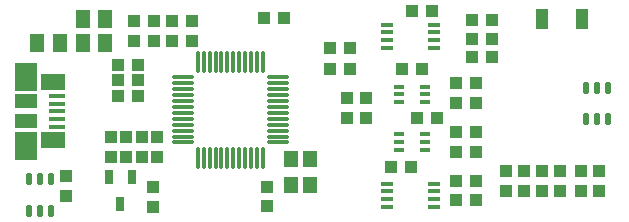
<source format=gtp>
G04 Layer_Color=8421504*
%FSLAX23Y23*%
%MOIN*%
G70*
G01*
G75*
%ADD10R,0.039X0.043*%
%ADD11R,0.043X0.039*%
%ADD12R,0.051X0.059*%
%ADD13R,0.047X0.055*%
G04:AMPARAMS|DCode=14|XSize=12mil|YSize=71mil|CornerRadius=3mil|HoleSize=0mil|Usage=FLASHONLY|Rotation=90.000|XOffset=0mil|YOffset=0mil|HoleType=Round|Shape=RoundedRectangle|*
%AMROUNDEDRECTD14*
21,1,0.012,0.065,0,0,90.0*
21,1,0.006,0.071,0,0,90.0*
1,1,0.006,0.032,0.003*
1,1,0.006,0.032,-0.003*
1,1,0.006,-0.032,-0.003*
1,1,0.006,-0.032,0.003*
%
%ADD14ROUNDEDRECTD14*%
G04:AMPARAMS|DCode=15|XSize=12mil|YSize=71mil|CornerRadius=3mil|HoleSize=0mil|Usage=FLASHONLY|Rotation=0.000|XOffset=0mil|YOffset=0mil|HoleType=Round|Shape=RoundedRectangle|*
%AMROUNDEDRECTD15*
21,1,0.012,0.065,0,0,0.0*
21,1,0.006,0.071,0,0,0.0*
1,1,0.006,0.003,-0.032*
1,1,0.006,-0.003,-0.032*
1,1,0.006,-0.003,0.032*
1,1,0.006,0.003,0.032*
%
%ADD15ROUNDEDRECTD15*%
%ADD16R,0.039X0.067*%
G04:AMPARAMS|DCode=17|XSize=39mil|YSize=22mil|CornerRadius=5mil|HoleSize=0mil|Usage=FLASHONLY|Rotation=270.000|XOffset=0mil|YOffset=0mil|HoleType=Round|Shape=RoundedRectangle|*
%AMROUNDEDRECTD17*
21,1,0.039,0.011,0,0,270.0*
21,1,0.029,0.022,0,0,270.0*
1,1,0.011,-0.005,-0.014*
1,1,0.011,-0.005,0.014*
1,1,0.011,0.005,0.014*
1,1,0.011,0.005,-0.014*
%
%ADD17ROUNDEDRECTD17*%
%ADD18R,0.031X0.047*%
G04:AMPARAMS|DCode=19|XSize=16mil|YSize=41mil|CornerRadius=4mil|HoleSize=0mil|Usage=FLASHONLY|Rotation=90.000|XOffset=0mil|YOffset=0mil|HoleType=Round|Shape=RoundedRectangle|*
%AMROUNDEDRECTD19*
21,1,0.016,0.033,0,0,90.0*
21,1,0.008,0.041,0,0,90.0*
1,1,0.008,0.017,0.004*
1,1,0.008,0.017,-0.004*
1,1,0.008,-0.017,-0.004*
1,1,0.008,-0.017,0.004*
%
%ADD19ROUNDEDRECTD19*%
G04:AMPARAMS|DCode=20|XSize=16mil|YSize=33mil|CornerRadius=4mil|HoleSize=0mil|Usage=FLASHONLY|Rotation=90.000|XOffset=0mil|YOffset=0mil|HoleType=Round|Shape=RoundedRectangle|*
%AMROUNDEDRECTD20*
21,1,0.016,0.026,0,0,90.0*
21,1,0.008,0.033,0,0,90.0*
1,1,0.008,0.013,0.004*
1,1,0.008,0.013,-0.004*
1,1,0.008,-0.013,-0.004*
1,1,0.008,-0.013,0.004*
%
%ADD20ROUNDEDRECTD20*%
%ADD21R,0.083X0.058*%
%ADD22R,0.054X0.018*%
%ADD23R,0.075X0.046*%
%ADD24R,0.075X0.094*%
D10*
X2060Y1013D02*
D03*
Y947D02*
D03*
X2120Y1013D02*
D03*
Y947D02*
D03*
X491Y1060D02*
D03*
Y1126D02*
D03*
X634Y895D02*
D03*
Y961D02*
D03*
X1810Y1013D02*
D03*
Y947D02*
D03*
X1870Y1013D02*
D03*
Y947D02*
D03*
X1930D02*
D03*
Y1013D02*
D03*
X646Y1126D02*
D03*
Y1060D02*
D03*
X1013Y896D02*
D03*
Y962D02*
D03*
X595Y1126D02*
D03*
Y1060D02*
D03*
X543Y1060D02*
D03*
Y1126D02*
D03*
X1990Y947D02*
D03*
Y1013D02*
D03*
X341Y998D02*
D03*
Y932D02*
D03*
D11*
X697Y1513D02*
D03*
X764D02*
D03*
X1344Y1258D02*
D03*
X1278D02*
D03*
Y1190D02*
D03*
X1344D02*
D03*
X1708Y916D02*
D03*
X1642D02*
D03*
X1697Y1394D02*
D03*
X1763D02*
D03*
X763Y1449D02*
D03*
X697D02*
D03*
X569Y1513D02*
D03*
X636D02*
D03*
X1427Y1028D02*
D03*
X1493D02*
D03*
X569Y1449D02*
D03*
X635D02*
D03*
X517Y1369D02*
D03*
X583D02*
D03*
Y1317D02*
D03*
X517D02*
D03*
X1642Y1143D02*
D03*
X1708D02*
D03*
Y1077D02*
D03*
X1642D02*
D03*
Y1306D02*
D03*
X1708D02*
D03*
Y1241D02*
D03*
X1642D02*
D03*
X1697Y1516D02*
D03*
X1763D02*
D03*
Y1455D02*
D03*
X1697D02*
D03*
X1004Y1523D02*
D03*
X1070D02*
D03*
X1288Y1353D02*
D03*
X1222D02*
D03*
Y1425D02*
D03*
X1288D02*
D03*
X583Y1265D02*
D03*
X517D02*
D03*
X1497Y1548D02*
D03*
X1563D02*
D03*
X1578Y1190D02*
D03*
X1512D02*
D03*
X1528Y1355D02*
D03*
X1462D02*
D03*
X1708Y981D02*
D03*
X1642D02*
D03*
D12*
X398Y1520D02*
D03*
X472D02*
D03*
Y1440D02*
D03*
X398D02*
D03*
X247D02*
D03*
X321D02*
D03*
D13*
X1155Y1055D02*
D03*
X1092D02*
D03*
Y969D02*
D03*
X1155D02*
D03*
D14*
X731Y1326D02*
D03*
Y1307D02*
D03*
Y1287D02*
D03*
Y1267D02*
D03*
Y1248D02*
D03*
Y1228D02*
D03*
Y1208D02*
D03*
Y1188D02*
D03*
Y1169D02*
D03*
Y1149D02*
D03*
Y1129D02*
D03*
Y1110D02*
D03*
X1049D02*
D03*
Y1129D02*
D03*
Y1149D02*
D03*
Y1169D02*
D03*
Y1188D02*
D03*
Y1208D02*
D03*
Y1228D02*
D03*
Y1248D02*
D03*
Y1267D02*
D03*
Y1287D02*
D03*
Y1307D02*
D03*
Y1326D02*
D03*
D15*
X782Y1059D02*
D03*
X801D02*
D03*
X821D02*
D03*
X841D02*
D03*
X860D02*
D03*
X880D02*
D03*
X900D02*
D03*
X920D02*
D03*
X939D02*
D03*
X959D02*
D03*
X979D02*
D03*
X998D02*
D03*
Y1377D02*
D03*
X979D02*
D03*
X959D02*
D03*
X939D02*
D03*
X920D02*
D03*
X900D02*
D03*
X880D02*
D03*
X860D02*
D03*
X841D02*
D03*
X821D02*
D03*
X801D02*
D03*
X782D02*
D03*
D16*
X1929Y1522D02*
D03*
X2063D02*
D03*
D17*
X255Y882D02*
D03*
X218D02*
D03*
X292Y882D02*
D03*
X218Y988D02*
D03*
X255D02*
D03*
X292Y988D02*
D03*
X2113Y1186D02*
D03*
X2076D02*
D03*
X2150D02*
D03*
X2076Y1292D02*
D03*
X2113D02*
D03*
X2150D02*
D03*
D18*
X524Y903D02*
D03*
X487Y993D02*
D03*
X561D02*
D03*
D19*
X1568Y895D02*
D03*
Y920D02*
D03*
Y946D02*
D03*
Y971D02*
D03*
X1412Y895D02*
D03*
Y920D02*
D03*
Y946D02*
D03*
Y971D02*
D03*
Y1501D02*
D03*
Y1476D02*
D03*
Y1450D02*
D03*
Y1425D02*
D03*
X1568Y1501D02*
D03*
Y1476D02*
D03*
Y1450D02*
D03*
Y1425D02*
D03*
D20*
X1539Y1295D02*
D03*
Y1270D02*
D03*
Y1244D02*
D03*
X1451D02*
D03*
Y1270D02*
D03*
Y1295D02*
D03*
Y1137D02*
D03*
Y1111D02*
D03*
Y1085D02*
D03*
X1539D02*
D03*
Y1111D02*
D03*
Y1137D02*
D03*
D21*
X300Y1310D02*
D03*
Y1116D02*
D03*
D22*
X314Y1239D02*
D03*
Y1264D02*
D03*
Y1162D02*
D03*
Y1187D02*
D03*
Y1213D02*
D03*
D23*
X210Y1246D02*
D03*
Y1180D02*
D03*
D24*
Y1098D02*
D03*
Y1328D02*
D03*
M02*

</source>
